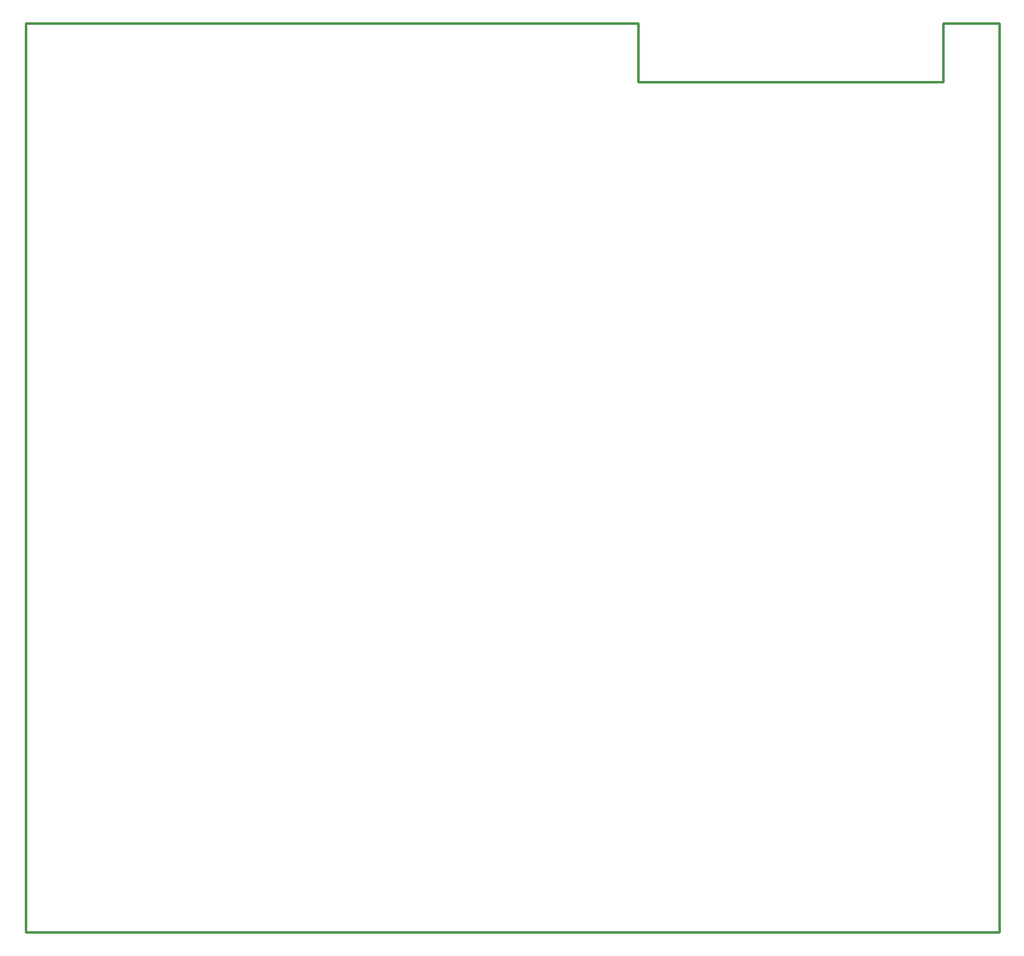
<source format=gko>
G04*
G04 #@! TF.GenerationSoftware,Altium Limited,Altium Designer,19.1.8 (144)*
G04*
G04 Layer_Color=16711935*
%FSLAX25Y25*%
%MOIN*%
G70*
G01*
G75*
%ADD14C,0.01000*%
D14*
X0Y366500D02*
X247000D01*
Y343000D02*
Y366500D01*
Y343000D02*
X370000D01*
Y366500D01*
X392500D01*
Y0D02*
Y366500D01*
X0Y0D02*
X392500D01*
X0D02*
Y366500D01*
M02*

</source>
